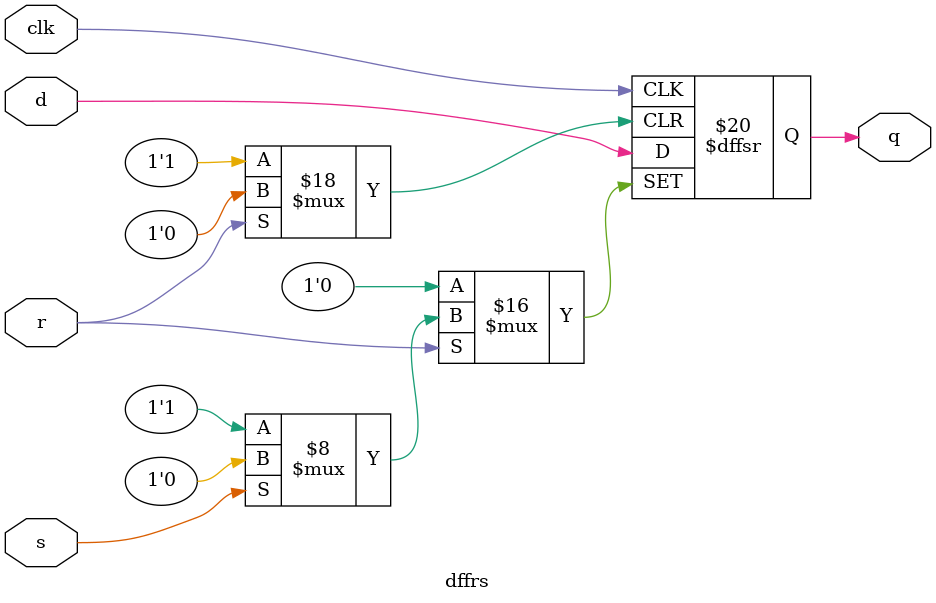
<source format=v>
/*******************************************************************************
Vendor: GoodKook, goodkook@gmail.com
Associated Filename: dffrs.v
Purpose: D-FlipFlop
Revision History: Aug. 1, 2024
*******************************************************************************/

module dffrs(clk, r, s, d, q);
input clk, r, s, d;
output q;

reg q;

always @(posedge clk or negedge r or negedge s) // edge trigger, Async r & s
//always @(posedge clk) // edge trigger, Sync r & s
begin
    if (!r) // Reset
        q <= 0;
    else if (!s)  // Set
        q <= 1;
    else
        q <= d;
end

//always @(clk)
//always @(clk, r, s)
//always @(clk, r, s, d)
//begin
//    if (!r) // Reset
//        q <= 0;
//    else if (!s)  // Set
//        q <= 1;
//    else if (clk)
//        q <= d;
//end

endmodule

</source>
